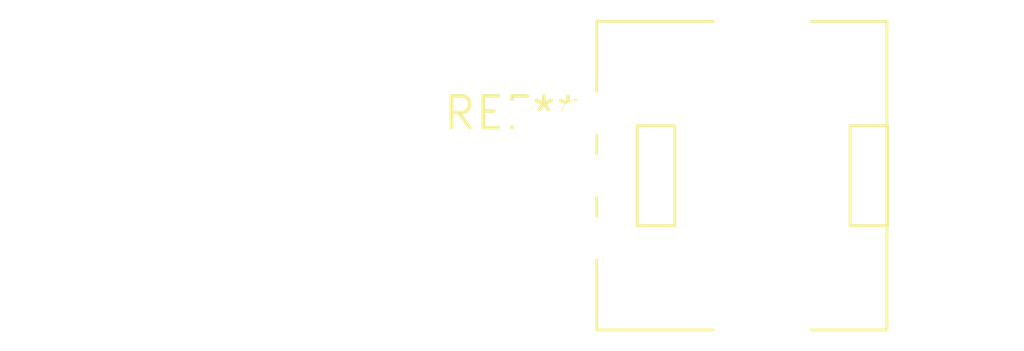
<source format=kicad_pcb>
(kicad_pcb (version 20240108) (generator pcbnew)
  (layers (0 "F.Cu" signal) (31 "B.Cu" signal) (34 "B.Paste" user) (35 "F.Paste" user) (36 "B.SilkS" user "B.Silkscreen") (37 "F.SilkS" user "F.Silkscreen") (38 "B.Mask" user) (39 "F.Mask" user) (44 "Edge.Cuts" user))
  (net 0 "")
  (footprint "Potentiometer_Alps_RK09L_Double_Vertical" (layer "F.Cu") (at 0 0)
    (property "Reference" "REF**")
    (property "Value" "Potentiometer_Alps_RK09L_Double_Vertical")
    (fp_line (start 3.38 -3.67) (end 3.38 -0.871) (layer "F.SilkS") (stroke (width 0.12)))
    (fp_line (start 3.38 -3.67) (end 8.046 -3.67) (layer "F.SilkS") (stroke (width 0.12)))
    (fp_line (start 3.38 0.871) (end 3.38 1.63) (layer "F.SilkS") (stroke (width 0.12)))
    (fp_line (start 3.38 3.371) (end 3.38 4.13) (layer "F.SilkS") (stroke (width 0.12)))
    (fp_line (start 3.38 5.87) (end 3.38 8.67) (layer "F.SilkS") (stroke (width 0.12)))
    (fp_line (start 3.38 8.67) (end 8.046 8.67) (layer "F.SilkS") (stroke (width 0.12)))
    (fp_line (start 11.955 -3.67) (end 14.97 -3.67) (layer "F.SilkS") (stroke (width 0.12)))
    (fp_line (start 11.955 8.67) (end 14.97 8.67) (layer "F.SilkS") (stroke (width 0.12)))
    (fp_line (start 14.97 -3.67) (end 14.97 8.67) (layer "F.SilkS") (stroke (width 0.12)))
    (fp_rect (start 5 0.5) (end 6.5 4.5) (layer "F.SilkS") (stroke (width 0.12)) (fill none))
    (fp_rect (start 13.5 0.5) (end 15 4.5) (layer "F.SilkS") (stroke (width 0.12)) (fill none))
    (pad "1" thru_hole rect (at 0 0) (size 1.8 1.8) (drill 1) (layers *.Cu *.Mask) (remove_unused_layers))
    (pad "2" thru_hole circle (at 0 2.5) (size 1.8 1.8) (drill 1) (layers *.Cu *.Mask) (remove_unused_layers))
    (pad "3" thru_hole circle (at 0 5) (size 1.8 1.8) (drill 1) (layers *.Cu *.Mask) (remove_unused_layers))
    (pad "4" thru_hole circle (at 2.5 0) (size 1.8 1.8) (drill 1) (layers *.Cu *.Mask) (remove_unused_layers))
    (pad "5" thru_hole circle (at 2.5 2.5) (size 1.8 1.8) (drill 1) (layers *.Cu *.Mask) (remove_unused_layers))
    (pad "6" thru_hole circle (at 2.5 5) (size 1.8 1.8) (drill 1) (layers *.Cu *.Mask) (remove_unused_layers))
    (pad "MP" thru_hole roundrect (at 10 -2.25) (size 2 3) (drill oval 1.1 1.8) (layers *.Cu *.Mask) (remove_unused_layers))
    (pad "MP" thru_hole roundrect (at 10 7.25) (size 2 3) (drill oval 1.1 1.8) (layers *.Cu *.Mask) (remove_unused_layers))
  )
)
</source>
